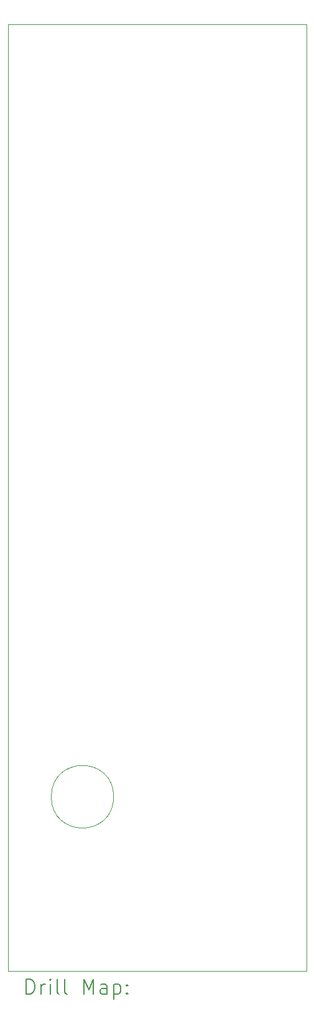
<source format=gbr>
%TF.GenerationSoftware,KiCad,Pcbnew,(6.0.9-0)*%
%TF.CreationDate,2023-02-07T08:36:14+01:00*%
%TF.ProjectId,fp_S5,66705f53-352e-46b6-9963-61645f706362,A*%
%TF.SameCoordinates,Original*%
%TF.FileFunction,Drillmap*%
%TF.FilePolarity,Positive*%
%FSLAX45Y45*%
G04 Gerber Fmt 4.5, Leading zero omitted, Abs format (unit mm)*
G04 Created by KiCad (PCBNEW (6.0.9-0)) date 2023-02-07 08:36:14*
%MOMM*%
%LPD*%
G01*
G04 APERTURE LIST*
%ADD10C,0.100000*%
%ADD11C,0.200000*%
G04 APERTURE END LIST*
D10*
X11601000Y-14712000D02*
G75*
G03*
X11601000Y-14712000I-425000J0D01*
G01*
X10160000Y-4220500D02*
X14224000Y-4220500D01*
X14224000Y-4220500D02*
X14224000Y-17075500D01*
X14224000Y-17075500D02*
X10160000Y-17075500D01*
X10160000Y-17075500D02*
X10160000Y-4220500D01*
D11*
X10412619Y-17390976D02*
X10412619Y-17190976D01*
X10460238Y-17190976D01*
X10488810Y-17200500D01*
X10507857Y-17219548D01*
X10517381Y-17238595D01*
X10526905Y-17276690D01*
X10526905Y-17305262D01*
X10517381Y-17343357D01*
X10507857Y-17362405D01*
X10488810Y-17381452D01*
X10460238Y-17390976D01*
X10412619Y-17390976D01*
X10612619Y-17390976D02*
X10612619Y-17257643D01*
X10612619Y-17295738D02*
X10622143Y-17276690D01*
X10631667Y-17267167D01*
X10650714Y-17257643D01*
X10669762Y-17257643D01*
X10736429Y-17390976D02*
X10736429Y-17257643D01*
X10736429Y-17190976D02*
X10726905Y-17200500D01*
X10736429Y-17210024D01*
X10745952Y-17200500D01*
X10736429Y-17190976D01*
X10736429Y-17210024D01*
X10860238Y-17390976D02*
X10841190Y-17381452D01*
X10831667Y-17362405D01*
X10831667Y-17190976D01*
X10965000Y-17390976D02*
X10945952Y-17381452D01*
X10936429Y-17362405D01*
X10936429Y-17190976D01*
X11193571Y-17390976D02*
X11193571Y-17190976D01*
X11260238Y-17333833D01*
X11326905Y-17190976D01*
X11326905Y-17390976D01*
X11507857Y-17390976D02*
X11507857Y-17286214D01*
X11498333Y-17267167D01*
X11479286Y-17257643D01*
X11441190Y-17257643D01*
X11422143Y-17267167D01*
X11507857Y-17381452D02*
X11488809Y-17390976D01*
X11441190Y-17390976D01*
X11422143Y-17381452D01*
X11412619Y-17362405D01*
X11412619Y-17343357D01*
X11422143Y-17324310D01*
X11441190Y-17314786D01*
X11488809Y-17314786D01*
X11507857Y-17305262D01*
X11603095Y-17257643D02*
X11603095Y-17457643D01*
X11603095Y-17267167D02*
X11622143Y-17257643D01*
X11660238Y-17257643D01*
X11679286Y-17267167D01*
X11688809Y-17276690D01*
X11698333Y-17295738D01*
X11698333Y-17352881D01*
X11688809Y-17371929D01*
X11679286Y-17381452D01*
X11660238Y-17390976D01*
X11622143Y-17390976D01*
X11603095Y-17381452D01*
X11784048Y-17371929D02*
X11793571Y-17381452D01*
X11784048Y-17390976D01*
X11774524Y-17381452D01*
X11784048Y-17371929D01*
X11784048Y-17390976D01*
X11784048Y-17267167D02*
X11793571Y-17276690D01*
X11784048Y-17286214D01*
X11774524Y-17276690D01*
X11784048Y-17267167D01*
X11784048Y-17286214D01*
M02*

</source>
